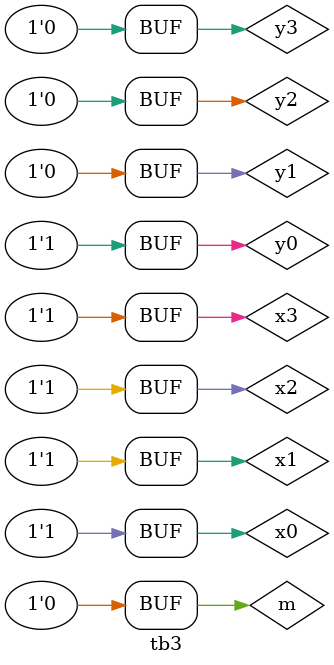
<source format=v>
`timescale 1ns/1ns
`include "addsub4.v"
`include "fulladd.v"

module tb3();
reg m,x3,x2,x1,x0,y3,y2,y1,y0;
wire s3,s2,s1,s0,carryout;

addsub4 dut(m,x3,x2,x1,x0,y3,y2,y1,y0,s3,s2,s1,s0,carryout);

initial begin
    $dumpfile("tb3.vcd");
    $dumpvars(0,tb3);

    m=0; x3=0;x2=1;x1=0;x0=1; y3=0;y2=0;y1=1;y0=1; #10;
    m=1; x3=0;x2=1;x1=0;x0=1; y3=0;y2=0;y1=1;y0=1; #10;
    m=0; x3=1;x2=1;x1=1;x0=1; y3=0;y2=0;y1=0;y0=1; #10;

    $display("Test complete");
end
endmodule

</source>
